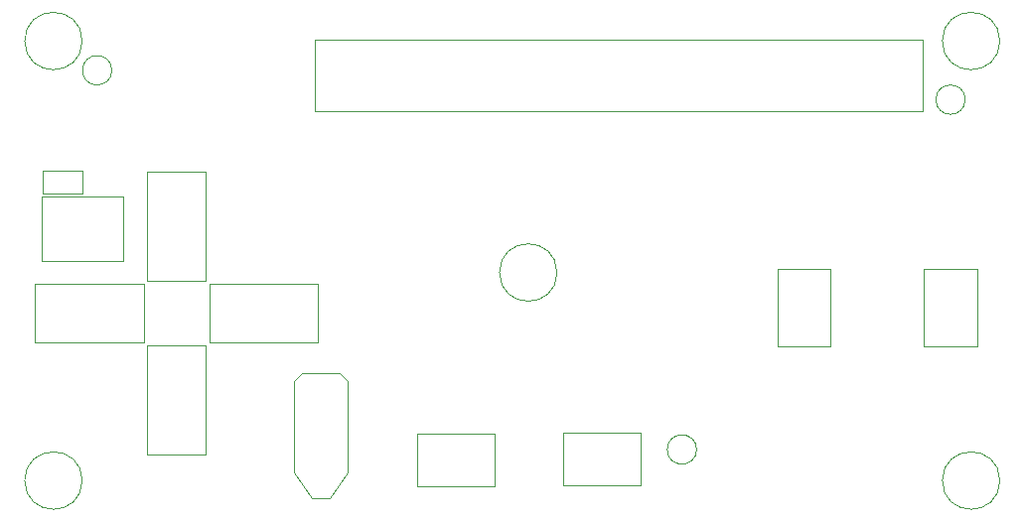
<source format=gbr>
%TF.GenerationSoftware,KiCad,Pcbnew,(6.0.6)*%
%TF.CreationDate,2022-07-15T17:58:14+10:00*%
%TF.ProjectId,SolderingInduction,536f6c64-6572-4696-9e67-496e64756374,1.0.0*%
%TF.SameCoordinates,PX8f0d180PY8f0d180*%
%TF.FileFunction,Other,User*%
%FSLAX46Y46*%
G04 Gerber Fmt 4.6, Leading zero omitted, Abs format (unit mm)*
G04 Created by KiCad (PCBNEW (6.0.6)) date 2022-07-15 17:58:14*
%MOMM*%
%LPD*%
G01*
G04 APERTURE LIST*
%ADD10C,0.050000*%
%ADD11C,0.120000*%
G04 APERTURE END LIST*
D10*
%TO.C,H2*%
X40200000Y19750000D02*
G75*
G03*
X40200000Y19750000I-2450000J0D01*
G01*
D11*
%TO.C,SW8*%
X33750000Y-6300000D02*
X38250000Y-6300000D01*
X38250000Y-6300000D02*
X38250000Y300000D01*
X38250000Y300000D02*
X33750000Y300000D01*
X33750000Y300000D02*
X33750000Y-6300000D01*
D10*
%TO.C,H4*%
X-38025000Y-17750000D02*
G75*
G03*
X-38025000Y-17750000I-2450000J0D01*
G01*
%TO.C,H3*%
X2450000Y0D02*
G75*
G03*
X2450000Y0I-2450000J0D01*
G01*
D11*
%TO.C,SW7*%
X21250000Y-6300000D02*
X25750000Y-6300000D01*
X25750000Y-6300000D02*
X25750000Y300000D01*
X25750000Y300000D02*
X21250000Y300000D01*
X21250000Y300000D02*
X21250000Y-6300000D01*
D10*
%TO.C,SW1*%
X-32750000Y-6000000D02*
X-42050000Y-6000000D01*
X-42050000Y-1000000D02*
X-32750000Y-1000000D01*
X-42050000Y-6000000D02*
X-42050000Y-1000000D01*
X-32750000Y-1000000D02*
X-32750000Y-6000000D01*
%TO.C,FID2*%
X14350000Y-15100000D02*
G75*
G03*
X14350000Y-15100000I-1250000J0D01*
G01*
%TO.C,C1*%
X-38000000Y6720000D02*
X-41400000Y6720000D01*
X-41400000Y6720000D02*
X-41400000Y8680000D01*
X-38000000Y8680000D02*
X-38000000Y6720000D01*
X-41400000Y8680000D02*
X-38000000Y8680000D01*
%TO.C,H5*%
X40200000Y-17750000D02*
G75*
G03*
X40200000Y-17750000I-2450000J0D01*
G01*
D11*
%TO.C,SW6*%
X3000000Y-13650000D02*
X9600000Y-13650000D01*
X9600000Y-13650000D02*
X9600000Y-18150000D01*
X9600000Y-18150000D02*
X3000000Y-18150000D01*
X3000000Y-18150000D02*
X3000000Y-13650000D01*
D10*
%TO.C,SW2*%
X-27500000Y8600000D02*
X-27500000Y-700000D01*
X-32500000Y-700000D02*
X-32500000Y8600000D01*
X-27500000Y-700000D02*
X-32500000Y-700000D01*
X-32500000Y8600000D02*
X-27500000Y8600000D01*
%TO.C,LED1*%
X-41450000Y950000D02*
X-34550000Y950000D01*
X-34550000Y6450000D02*
X-41450000Y6450000D01*
X-34550000Y950000D02*
X-34550000Y6450000D01*
X-41450000Y6450000D02*
X-41450000Y950000D01*
%TO.C,H1*%
X-38025000Y19750000D02*
G75*
G03*
X-38025000Y19750000I-2450000J0D01*
G01*
%TO.C,SW3*%
X-27500000Y-6250000D02*
X-27500000Y-15550000D01*
X-32500000Y-15550000D02*
X-32500000Y-6250000D01*
X-27500000Y-15550000D02*
X-32500000Y-15550000D01*
X-32500000Y-6250000D02*
X-27500000Y-6250000D01*
%TO.C,FID1*%
X37250000Y14750000D02*
G75*
G03*
X37250000Y14750000I-1250000J0D01*
G01*
%TO.C,SW4*%
X-17900000Y-6000000D02*
X-27200000Y-6000000D01*
X-27200000Y-1000000D02*
X-17900000Y-1000000D01*
X-27200000Y-6000000D02*
X-27200000Y-1000000D01*
X-17900000Y-1000000D02*
X-17900000Y-6000000D01*
%TO.C,J2*%
X-15400000Y-9270000D02*
X-15400000Y-17090000D01*
X-20000000Y-17090000D02*
X-20000000Y-9270000D01*
X-16930000Y-19230000D02*
X-18470000Y-19230000D01*
X-18470000Y-19230000D02*
X-20000000Y-17090000D01*
X-15400000Y-17090000D02*
X-16930000Y-19230000D01*
X-20000000Y-9270000D02*
X-19300000Y-8570000D01*
X-19300000Y-8570000D02*
X-16100000Y-8570000D01*
X-15400000Y-9270000D02*
X-16100000Y-8570000D01*
%TO.C,FID3*%
X-35500000Y17250000D02*
G75*
G03*
X-35500000Y17250000I-1250000J0D01*
G01*
%TO.C,J3*%
X-18225000Y19875000D02*
X-18225000Y13725000D01*
X33625000Y19875000D02*
X-18225000Y19875000D01*
X33625000Y13725000D02*
X33625000Y19875000D01*
X-18225000Y13725000D02*
X33625000Y13725000D01*
D11*
%TO.C,SW5*%
X-9500000Y-13750000D02*
X-2900000Y-13750000D01*
X-2900000Y-13750000D02*
X-2900000Y-18250000D01*
X-2900000Y-18250000D02*
X-9500000Y-18250000D01*
X-9500000Y-18250000D02*
X-9500000Y-13750000D01*
%TD*%
M02*

</source>
